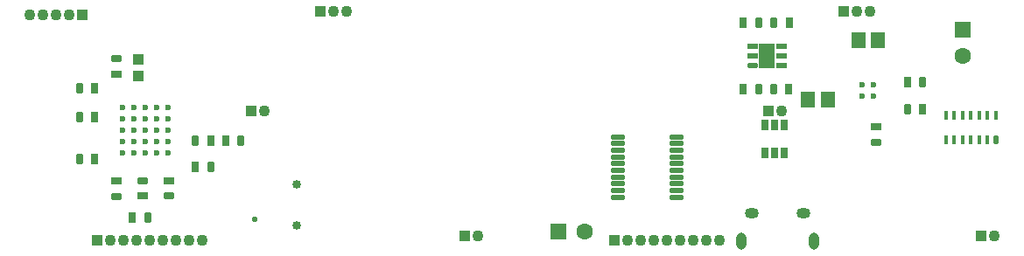
<source format=gbs>
G04*
G04 #@! TF.GenerationSoftware,Altium Limited,Altium Designer,21.0.9 (235)*
G04*
G04 Layer_Color=16711935*
%FSLAX44Y44*%
%MOMM*%
G71*
G04*
G04 #@! TF.SameCoordinates,35DE941F-9A8C-42F3-B98C-DFFE3D48772F*
G04*
G04*
G04 #@! TF.FilePolarity,Negative*
G04*
G01*
G75*
%ADD53R,1.4000X1.6000*%
%ADD59R,1.0000X0.7000*%
G04:AMPARAMS|DCode=60|XSize=0.7mm|YSize=1mm|CornerRadius=0.2mm|HoleSize=0mm|Usage=FLASHONLY|Rotation=270.000|XOffset=0mm|YOffset=0mm|HoleType=Round|Shape=RoundedRectangle|*
%AMROUNDEDRECTD60*
21,1,0.7000,0.6000,0,0,270.0*
21,1,0.3000,1.0000,0,0,270.0*
1,1,0.4000,-0.3000,-0.1500*
1,1,0.4000,-0.3000,0.1500*
1,1,0.4000,0.3000,0.1500*
1,1,0.4000,0.3000,-0.1500*
%
%ADD60ROUNDEDRECTD60*%
%ADD61R,0.7000X1.0000*%
G04:AMPARAMS|DCode=62|XSize=0.7mm|YSize=1mm|CornerRadius=0.2mm|HoleSize=0mm|Usage=FLASHONLY|Rotation=0.000|XOffset=0mm|YOffset=0mm|HoleType=Round|Shape=RoundedRectangle|*
%AMROUNDEDRECTD62*
21,1,0.7000,0.6000,0,0,0.0*
21,1,0.3000,1.0000,0,0,0.0*
1,1,0.4000,0.1500,-0.3000*
1,1,0.4000,-0.1500,-0.3000*
1,1,0.4000,-0.1500,0.3000*
1,1,0.4000,0.1500,0.3000*
%
%ADD62ROUNDEDRECTD62*%
%ADD87C,0.8500*%
%ADD88R,1.6000X1.6000*%
%ADD89C,1.6000*%
%ADD90R,1.1000X1.1000*%
%ADD91C,1.1000*%
%ADD92R,1.6000X1.6000*%
%ADD93O,1.3500X1.0500*%
%ADD94O,1.0000X1.6500*%
%ADD95C,0.5500*%
%ADD96C,0.6000*%
G04:AMPARAMS|DCode=118|XSize=0.5mm|YSize=1.3mm|CornerRadius=0.1mm|HoleSize=0mm|Usage=FLASHONLY|Rotation=90.000|XOffset=0mm|YOffset=0mm|HoleType=Round|Shape=RoundedRectangle|*
%AMROUNDEDRECTD118*
21,1,0.5000,1.1000,0,0,90.0*
21,1,0.3000,1.3000,0,0,90.0*
1,1,0.2000,0.5500,0.1500*
1,1,0.2000,0.5500,-0.1500*
1,1,0.2000,-0.5500,-0.1500*
1,1,0.2000,-0.5500,0.1500*
%
%ADD118ROUNDEDRECTD118*%
G04:AMPARAMS|DCode=119|XSize=0.7mm|YSize=1.1mm|CornerRadius=0.2mm|HoleSize=0mm|Usage=FLASHONLY|Rotation=180.000|XOffset=0mm|YOffset=0mm|HoleType=Round|Shape=RoundedRectangle|*
%AMROUNDEDRECTD119*
21,1,0.7000,0.7000,0,0,180.0*
21,1,0.3000,1.1000,0,0,180.0*
1,1,0.4000,-0.1500,0.3500*
1,1,0.4000,0.1500,0.3500*
1,1,0.4000,0.1500,-0.3500*
1,1,0.4000,-0.1500,-0.3500*
%
%ADD119ROUNDEDRECTD119*%
%ADD120R,0.7000X1.1000*%
G04:AMPARAMS|DCode=121|XSize=0.5mm|YSize=1mm|CornerRadius=0.15mm|HoleSize=0mm|Usage=FLASHONLY|Rotation=270.000|XOffset=0mm|YOffset=0mm|HoleType=Round|Shape=RoundedRectangle|*
%AMROUNDEDRECTD121*
21,1,0.5000,0.7000,0,0,270.0*
21,1,0.2000,1.0000,0,0,270.0*
1,1,0.3000,-0.3500,-0.1000*
1,1,0.3000,-0.3500,0.1000*
1,1,0.3000,0.3500,0.1000*
1,1,0.3000,0.3500,-0.1000*
%
%ADD121ROUNDEDRECTD121*%
%ADD122R,1.0000X0.5000*%
%ADD123R,1.5900X2.4700*%
%ADD124R,0.4500X0.8500*%
G04:AMPARAMS|DCode=125|XSize=0.85mm|YSize=0.45mm|CornerRadius=0.1375mm|HoleSize=0mm|Usage=FLASHONLY|Rotation=90.000|XOffset=0mm|YOffset=0mm|HoleType=Round|Shape=RoundedRectangle|*
%AMROUNDEDRECTD125*
21,1,0.8500,0.1750,0,0,90.0*
21,1,0.5750,0.4500,0,0,90.0*
1,1,0.2750,0.0875,0.2875*
1,1,0.2750,0.0875,-0.2875*
1,1,0.2750,-0.0875,-0.2875*
1,1,0.2750,-0.0875,0.2875*
%
%ADD125ROUNDEDRECTD125*%
%ADD126R,1.0400X0.9900*%
D53*
X1331270Y709526D02*
D03*
X1350270D02*
D03*
X1301500Y652000D02*
D03*
X1282500D02*
D03*
D59*
X613000Y676293D02*
D03*
Y573000D02*
D03*
X639000Y558500D02*
D03*
X664542Y573500D02*
D03*
X1348000Y625500D02*
D03*
D60*
X613000Y691292D02*
D03*
Y558000D02*
D03*
X639000Y573500D02*
D03*
X664542Y558500D02*
D03*
X1348000Y610500D02*
D03*
D61*
X1378500Y669000D02*
D03*
X1393500Y643000D02*
D03*
X1264043Y661707D02*
D03*
X1219500Y661708D02*
D03*
X1264500Y726292D02*
D03*
X1219957D02*
D03*
X628500Y537957D02*
D03*
X592500Y635000D02*
D03*
X592500Y594000D02*
D03*
X719043Y612000D02*
D03*
X704500D02*
D03*
X689500Y586457D02*
D03*
X592500Y663000D02*
D03*
D62*
X1393500Y669000D02*
D03*
X1378500Y643000D02*
D03*
X1249043Y661707D02*
D03*
X1234500Y661708D02*
D03*
X1249500Y726292D02*
D03*
X1234957D02*
D03*
X643500Y537957D02*
D03*
X577500Y635000D02*
D03*
X577500Y594000D02*
D03*
X734043Y612000D02*
D03*
X689500D02*
D03*
X704500Y586457D02*
D03*
X577500Y663000D02*
D03*
D87*
X788000Y530000D02*
D03*
Y570000D02*
D03*
D88*
X1041000Y524000D02*
D03*
D89*
X1066400D02*
D03*
X1432000Y694000D02*
D03*
D90*
X950000Y520000D02*
D03*
X811000Y737000D02*
D03*
X744000Y641000D02*
D03*
X595000Y516000D02*
D03*
X1095000D02*
D03*
X1317000Y737000D02*
D03*
X1450000Y520000D02*
D03*
X1244000Y641000D02*
D03*
X580700Y734000D02*
D03*
D91*
X962700Y520000D02*
D03*
X836400Y737000D02*
D03*
X823700D02*
D03*
X756700Y641000D02*
D03*
X607700Y516000D02*
D03*
X620400D02*
D03*
X633100D02*
D03*
X645800D02*
D03*
X658500D02*
D03*
X671200D02*
D03*
X683900D02*
D03*
X696600D02*
D03*
X1107700D02*
D03*
X1120400D02*
D03*
X1133100D02*
D03*
X1145800D02*
D03*
X1158500D02*
D03*
X1171200D02*
D03*
X1183900D02*
D03*
X1196600D02*
D03*
X1342400Y737000D02*
D03*
X1329700D02*
D03*
X1462700Y520000D02*
D03*
X1256700Y641000D02*
D03*
X568000Y734000D02*
D03*
X555300D02*
D03*
X542600D02*
D03*
X529900D02*
D03*
D92*
X1432000Y719400D02*
D03*
D93*
X1278000Y541500D02*
D03*
X1228000Y541500D02*
D03*
D94*
X1288000Y514500D02*
D03*
X1218000D02*
D03*
D95*
X747000Y536000D02*
D03*
D96*
X663000Y644000D02*
D03*
X663000Y633000D02*
D03*
X663000Y622000D02*
D03*
X663000Y611000D02*
D03*
X663000Y600000D02*
D03*
X652000Y644000D02*
D03*
Y633000D02*
D03*
X652000Y622000D02*
D03*
X652000Y611000D02*
D03*
Y600000D02*
D03*
X641000Y644000D02*
D03*
Y633000D02*
D03*
Y622000D02*
D03*
Y611000D02*
D03*
Y600000D02*
D03*
X630000Y644000D02*
D03*
Y633000D02*
D03*
X630000Y622000D02*
D03*
X630000Y611000D02*
D03*
Y600000D02*
D03*
X619000Y644000D02*
D03*
X619000Y633000D02*
D03*
X619000Y622000D02*
D03*
X619000Y611000D02*
D03*
X619000Y600000D02*
D03*
X1334500Y655500D02*
D03*
Y666500D02*
D03*
X1345500Y655500D02*
D03*
Y666500D02*
D03*
D118*
X1155500Y615793D02*
D03*
X1155500Y609292D02*
D03*
X1155500Y602793D02*
D03*
X1155500Y596292D02*
D03*
Y589793D02*
D03*
Y583293D02*
D03*
Y576792D02*
D03*
X1155500Y570293D02*
D03*
X1155500Y563792D02*
D03*
X1155500Y557293D02*
D03*
X1098500Y615793D02*
D03*
X1098500Y609292D02*
D03*
X1098500Y602793D02*
D03*
X1098500Y596292D02*
D03*
Y589793D02*
D03*
Y583293D02*
D03*
Y576792D02*
D03*
X1098500Y570293D02*
D03*
X1098500Y563792D02*
D03*
X1098500Y557293D02*
D03*
D119*
X1240500Y627750D02*
D03*
D120*
X1250000Y627750D02*
D03*
X1259500Y627750D02*
D03*
Y600250D02*
D03*
X1250000D02*
D03*
X1240500D02*
D03*
D121*
X1228700Y684500D02*
D03*
D122*
Y694000D02*
D03*
Y703500D02*
D03*
X1256600Y684500D02*
D03*
X1256600Y694000D02*
D03*
X1256600Y703500D02*
D03*
D123*
X1242650Y694000D02*
D03*
D124*
X1464000Y637000D02*
D03*
X1456000Y637000D02*
D03*
X1448000D02*
D03*
X1440000Y637000D02*
D03*
X1432000D02*
D03*
X1424000D02*
D03*
X1416000D02*
D03*
Y613000D02*
D03*
X1424000Y613000D02*
D03*
X1432000Y613000D02*
D03*
X1440000D02*
D03*
X1448000D02*
D03*
X1456000Y613000D02*
D03*
D125*
X1464000Y613000D02*
D03*
D126*
X634793Y675150D02*
D03*
Y690850D02*
D03*
M02*

</source>
